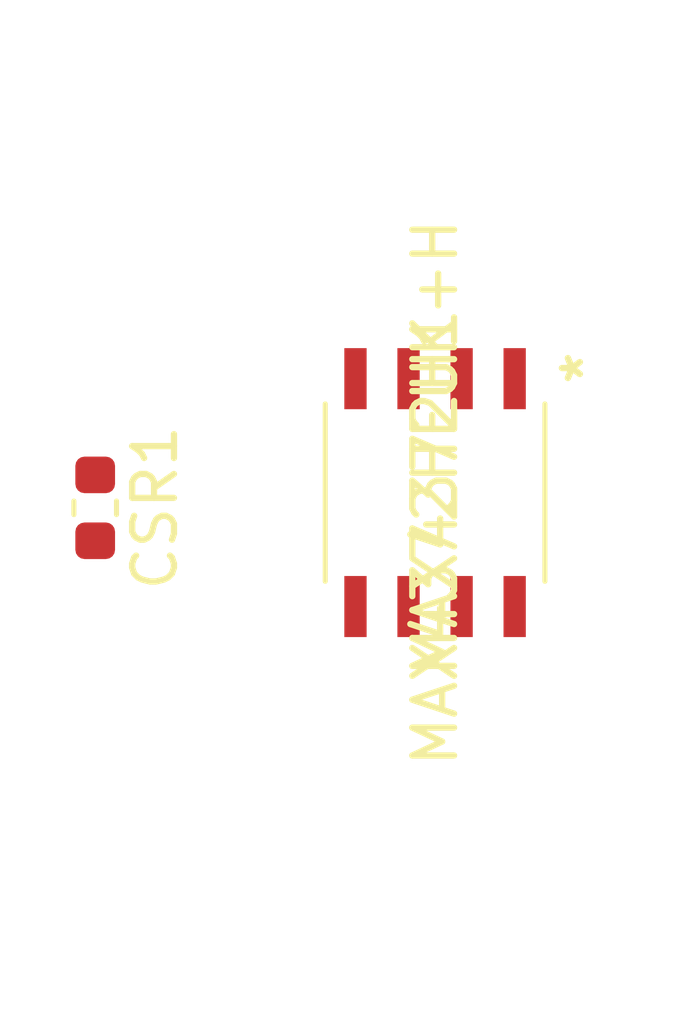
<source format=kicad_pcb>
(kicad_pcb (version 20171130) (host pcbnew "(5.1.4)-1")

  (general
    (thickness 1.6)
    (drawings 0)
    (tracks 0)
    (zones 0)
    (modules 2)
    (nets 6)
  )

  (page A4)
  (layers
    (0 F.Cu signal)
    (31 B.Cu signal)
    (32 B.Adhes user)
    (33 F.Adhes user)
    (34 B.Paste user)
    (35 F.Paste user)
    (36 B.SilkS user)
    (37 F.SilkS user)
    (38 B.Mask user)
    (39 F.Mask user)
    (40 Dwgs.User user)
    (41 Cmts.User user)
    (42 Eco1.User user)
    (43 Eco2.User user)
    (44 Edge.Cuts user)
    (45 Margin user)
    (46 B.CrtYd user)
    (47 F.CrtYd user)
    (48 B.Fab user)
    (49 F.Fab user)
  )

  (setup
    (last_trace_width 0.25)
    (trace_clearance 0.2)
    (zone_clearance 0.508)
    (zone_45_only no)
    (trace_min 0.2)
    (via_size 0.8)
    (via_drill 0.4)
    (via_min_size 0.4)
    (via_min_drill 0.3)
    (uvia_size 0.3)
    (uvia_drill 0.1)
    (uvias_allowed no)
    (uvia_min_size 0.2)
    (uvia_min_drill 0.1)
    (edge_width 0.05)
    (segment_width 0.2)
    (pcb_text_width 0.3)
    (pcb_text_size 1.5 1.5)
    (mod_edge_width 0.12)
    (mod_text_size 1 1)
    (mod_text_width 0.15)
    (pad_size 1.524 1.524)
    (pad_drill 0.762)
    (pad_to_mask_clearance 0.051)
    (solder_mask_min_width 0.25)
    (aux_axis_origin 0 0)
    (visible_elements FFFFFF7F)
    (pcbplotparams
      (layerselection 0x010fc_ffffffff)
      (usegerberextensions false)
      (usegerberattributes false)
      (usegerberadvancedattributes false)
      (creategerberjobfile false)
      (excludeedgelayer true)
      (linewidth 0.100000)
      (plotframeref false)
      (viasonmask false)
      (mode 1)
      (useauxorigin false)
      (hpglpennumber 1)
      (hpglpenspeed 20)
      (hpglpendiameter 15.000000)
      (psnegative false)
      (psa4output false)
      (plotreference true)
      (plotvalue true)
      (plotinvisibletext false)
      (padsonsilk false)
      (subtractmaskfromsilk false)
      (outputformat 1)
      (mirror false)
      (drillshape 1)
      (scaleselection 1)
      (outputdirectory ""))
  )

  (net 0 "")
  (net 1 "Net-(CSR1-Pad2)")
  (net 2 "Net-(CSR1-Pad1)")
  (net 3 "Net-(MAX4372H1-Pad3)")
  (net 4 "Net-(MAX4372H1-Pad2)")
  (net 5 GND)

  (net_class Default "This is the default net class."
    (clearance 0.2)
    (trace_width 0.25)
    (via_dia 0.8)
    (via_drill 0.4)
    (uvia_dia 0.3)
    (uvia_drill 0.1)
    (add_net GND)
    (add_net "Net-(CSR1-Pad1)")
    (add_net "Net-(CSR1-Pad2)")
    (add_net "Net-(MAX4372H1-Pad2)")
    (add_net "Net-(MAX4372H1-Pad3)")
  )

  (module Max4372FESA+:MAX4372FESA&plus_ (layer F.Cu) (tedit 0) (tstamp 61972899)
    (at 50.0441 36.9484 270)
    (path /6195DE34)
    (fp_text reference MAX4372H1 (at 0 0 90) (layer F.SilkS)
      (effects (font (size 1 1) (thickness 0.15)))
    )
    (fp_text value MAX4372HEUK+H (at 0 0 90) (layer F.SilkS)
      (effects (font (size 1 1) (thickness 0.15)))
    )
    (fp_arc (start 0 -2.5019) (end -0.3048 -2.5019) (angle -180) (layer F.Fab) (width 0.1))
    (fp_arc (start 0 -2.5019) (end -0.332317 -2.5019) (angle -180) (layer F.CrtYd) (width 0.05))
    (fp_line (start -2.2479 2.4257) (end -3.7084 2.4257) (layer F.CrtYd) (width 0.05))
    (fp_line (start -2.2479 2.7559) (end -2.2479 2.4257) (layer F.CrtYd) (width 0.05))
    (fp_line (start 2.2479 2.7559) (end -2.2479 2.7559) (layer F.CrtYd) (width 0.05))
    (fp_line (start 2.2479 2.4257) (end 2.2479 2.7559) (layer F.CrtYd) (width 0.05))
    (fp_line (start 3.7084 2.4257) (end 2.2479 2.4257) (layer F.CrtYd) (width 0.05))
    (fp_line (start 3.7084 -2.4257) (end 3.7084 2.4257) (layer F.CrtYd) (width 0.05))
    (fp_line (start 2.2479 -2.4257) (end 3.7084 -2.4257) (layer F.CrtYd) (width 0.05))
    (fp_line (start 2.2479 -2.7559) (end 2.2479 -2.4257) (layer F.CrtYd) (width 0.05))
    (fp_line (start -2.2479 -2.7559) (end 2.2479 -2.7559) (layer F.CrtYd) (width 0.05))
    (fp_line (start -2.2479 -2.4257) (end -2.2479 -2.7559) (layer F.CrtYd) (width 0.05))
    (fp_line (start -3.7084 -2.4257) (end -2.2479 -2.4257) (layer F.CrtYd) (width 0.05))
    (fp_line (start -3.7084 2.4257) (end -3.7084 -2.4257) (layer F.CrtYd) (width 0.05))
    (fp_line (start -1.9939 -2.5019) (end -1.9939 2.5019) (layer F.Fab) (width 0.1))
    (fp_line (start 1.9939 -2.5019) (end -1.9939 -2.5019) (layer F.Fab) (width 0.1))
    (fp_line (start 1.9939 2.5019) (end 1.9939 -2.5019) (layer F.Fab) (width 0.1))
    (fp_line (start -1.9939 2.5019) (end 1.9939 2.5019) (layer F.Fab) (width 0.1))
    (fp_line (start 2.1209 -2.6289) (end -2.1209 -2.6289) (layer F.SilkS) (width 0.12))
    (fp_line (start -2.1209 2.6289) (end 2.1209 2.6289) (layer F.SilkS) (width 0.12))
    (fp_line (start 3.0988 -2.1463) (end 1.9939 -2.1463) (layer F.Fab) (width 0.1))
    (fp_line (start 3.0988 -1.6637) (end 3.0988 -2.1463) (layer F.Fab) (width 0.1))
    (fp_line (start 1.9939 -1.6637) (end 3.0988 -1.6637) (layer F.Fab) (width 0.1))
    (fp_line (start 1.9939 -2.1463) (end 1.9939 -1.6637) (layer F.Fab) (width 0.1))
    (fp_line (start 3.0988 -0.8763) (end 1.9939 -0.8763) (layer F.Fab) (width 0.1))
    (fp_line (start 3.0988 -0.3937) (end 3.0988 -0.8763) (layer F.Fab) (width 0.1))
    (fp_line (start 1.9939 -0.3937) (end 3.0988 -0.3937) (layer F.Fab) (width 0.1))
    (fp_line (start 1.9939 -0.8763) (end 1.9939 -0.3937) (layer F.Fab) (width 0.1))
    (fp_line (start 3.0988 0.3937) (end 1.9939 0.3937) (layer F.Fab) (width 0.1))
    (fp_line (start 3.0988 0.8763) (end 3.0988 0.3937) (layer F.Fab) (width 0.1))
    (fp_line (start 1.9939 0.8763) (end 3.0988 0.8763) (layer F.Fab) (width 0.1))
    (fp_line (start 1.9939 0.3937) (end 1.9939 0.8763) (layer F.Fab) (width 0.1))
    (fp_line (start 3.0988 1.6637) (end 1.9939 1.6637) (layer F.Fab) (width 0.1))
    (fp_line (start 3.0988 2.1463) (end 3.0988 1.6637) (layer F.Fab) (width 0.1))
    (fp_line (start 1.9939 2.1463) (end 3.0988 2.1463) (layer F.Fab) (width 0.1))
    (fp_line (start 1.9939 1.6637) (end 1.9939 2.1463) (layer F.Fab) (width 0.1))
    (fp_line (start -3.0988 2.1463) (end -1.9939 2.1463) (layer F.Fab) (width 0.1))
    (fp_line (start -3.0988 1.6637) (end -3.0988 2.1463) (layer F.Fab) (width 0.1))
    (fp_line (start -1.9939 1.6637) (end -3.0988 1.6637) (layer F.Fab) (width 0.1))
    (fp_line (start -1.9939 2.1463) (end -1.9939 1.6637) (layer F.Fab) (width 0.1))
    (fp_line (start -3.0988 0.8763) (end -1.9939 0.8763) (layer F.Fab) (width 0.1))
    (fp_line (start -3.0988 0.3937) (end -3.0988 0.8763) (layer F.Fab) (width 0.1))
    (fp_line (start -1.9939 0.3937) (end -3.0988 0.3937) (layer F.Fab) (width 0.1))
    (fp_line (start -1.9939 0.8763) (end -1.9939 0.3937) (layer F.Fab) (width 0.1))
    (fp_line (start -3.0988 -0.3937) (end -1.9939 -0.3937) (layer F.Fab) (width 0.1))
    (fp_line (start -3.0988 -0.8763) (end -3.0988 -0.3937) (layer F.Fab) (width 0.1))
    (fp_line (start -1.9939 -0.8763) (end -3.0988 -0.8763) (layer F.Fab) (width 0.1))
    (fp_line (start -1.9939 -0.3937) (end -1.9939 -0.8763) (layer F.Fab) (width 0.1))
    (fp_line (start -3.0988 -1.6637) (end -1.9939 -1.6637) (layer F.Fab) (width 0.1))
    (fp_line (start -3.0988 -2.1463) (end -3.0988 -1.6637) (layer F.Fab) (width 0.1))
    (fp_line (start -1.9939 -2.1463) (end -3.0988 -2.1463) (layer F.Fab) (width 0.1))
    (fp_line (start -1.9939 -1.6637) (end -1.9939 -2.1463) (layer F.Fab) (width 0.1))
    (fp_text user * (at -1.6129 -2.4257 90) (layer F.Fab)
      (effects (font (size 1 1) (thickness 0.15)))
    )
    (fp_text user * (at -2.97815 -3.5814 90) (layer F.SilkS)
      (effects (font (size 1 1) (thickness 0.15)))
    )
    (fp_text user 0.058in/1.46mm (at -2.72415 4.9149 90) (layer Dwgs.User)
      (effects (font (size 1 1) (thickness 0.15)))
    )
    (fp_text user 0.214in/5.448mm (at 0 -4.9149 90) (layer Dwgs.User)
      (effects (font (size 1 1) (thickness 0.15)))
    )
    (fp_text user 0.021in/0.533mm (at 5.77215 -1.905 90) (layer Dwgs.User)
      (effects (font (size 1 1) (thickness 0.15)))
    )
    (fp_text user 0.05in/1.27mm (at -5.77215 -1.27 90) (layer Dwgs.User)
      (effects (font (size 1 1) (thickness 0.15)))
    )
    (fp_text user * (at -1.6129 -2.4257 90) (layer F.Fab)
      (effects (font (size 1 1) (thickness 0.15)))
    )
    (fp_text user * (at -2.97815 -3.5814 90) (layer F.SilkS)
      (effects (font (size 1 1) (thickness 0.15)))
    )
    (fp_text user "Copyright 2021 Accelerated Designs. All rights reserved." (at 0 0 90) (layer Cmts.User)
      (effects (font (size 0.127 0.127) (thickness 0.002)))
    )
    (pad 8 smd rect (at 2.72415 -1.905 270) (size 1.4605 0.5334) (layers F.Cu F.Paste F.Mask))
    (pad 7 smd rect (at 2.72415 -0.635 270) (size 1.4605 0.5334) (layers F.Cu F.Paste F.Mask))
    (pad 6 smd rect (at 2.72415 0.635 270) (size 1.4605 0.5334) (layers F.Cu F.Paste F.Mask))
    (pad 5 smd rect (at 2.72415 1.905 270) (size 1.4605 0.5334) (layers F.Cu F.Paste F.Mask)
      (net 1 "Net-(CSR1-Pad2)"))
    (pad 4 smd rect (at -2.72415 1.905 270) (size 1.4605 0.5334) (layers F.Cu F.Paste F.Mask)
      (net 2 "Net-(CSR1-Pad1)"))
    (pad 3 smd rect (at -2.72415 0.635 270) (size 1.4605 0.5334) (layers F.Cu F.Paste F.Mask)
      (net 3 "Net-(MAX4372H1-Pad3)"))
    (pad 2 smd rect (at -2.72415 -0.635 270) (size 1.4605 0.5334) (layers F.Cu F.Paste F.Mask)
      (net 4 "Net-(MAX4372H1-Pad2)"))
    (pad 1 smd rect (at -2.72415 -1.905 270) (size 1.4605 0.5334) (layers F.Cu F.Paste F.Mask)
      (net 5 GND))
  )

  (module Resistor_SMD:R_0603_1608Metric (layer F.Cu) (tedit 5B301BBD) (tstamp 61972850)
    (at 41.91 37.3125 270)
    (descr "Resistor SMD 0603 (1608 Metric), square (rectangular) end terminal, IPC_7351 nominal, (Body size source: http://www.tortai-tech.com/upload/download/2011102023233369053.pdf), generated with kicad-footprint-generator")
    (tags resistor)
    (path /619614AF)
    (attr smd)
    (fp_text reference CSR1 (at 0 -1.43 90) (layer F.SilkS)
      (effects (font (size 1 1) (thickness 0.15)))
    )
    (fp_text value 20mO (at 0 1.43 90) (layer F.Fab)
      (effects (font (size 1 1) (thickness 0.15)))
    )
    (fp_text user %R (at 0 0 90) (layer F.Fab)
      (effects (font (size 0.4 0.4) (thickness 0.06)))
    )
    (fp_line (start 1.48 0.73) (end -1.48 0.73) (layer F.CrtYd) (width 0.05))
    (fp_line (start 1.48 -0.73) (end 1.48 0.73) (layer F.CrtYd) (width 0.05))
    (fp_line (start -1.48 -0.73) (end 1.48 -0.73) (layer F.CrtYd) (width 0.05))
    (fp_line (start -1.48 0.73) (end -1.48 -0.73) (layer F.CrtYd) (width 0.05))
    (fp_line (start -0.162779 0.51) (end 0.162779 0.51) (layer F.SilkS) (width 0.12))
    (fp_line (start -0.162779 -0.51) (end 0.162779 -0.51) (layer F.SilkS) (width 0.12))
    (fp_line (start 0.8 0.4) (end -0.8 0.4) (layer F.Fab) (width 0.1))
    (fp_line (start 0.8 -0.4) (end 0.8 0.4) (layer F.Fab) (width 0.1))
    (fp_line (start -0.8 -0.4) (end 0.8 -0.4) (layer F.Fab) (width 0.1))
    (fp_line (start -0.8 0.4) (end -0.8 -0.4) (layer F.Fab) (width 0.1))
    (pad 2 smd roundrect (at 0.7875 0 270) (size 0.875 0.95) (layers F.Cu F.Paste F.Mask) (roundrect_rratio 0.25)
      (net 1 "Net-(CSR1-Pad2)"))
    (pad 1 smd roundrect (at -0.7875 0 270) (size 0.875 0.95) (layers F.Cu F.Paste F.Mask) (roundrect_rratio 0.25)
      (net 2 "Net-(CSR1-Pad1)"))
    (model ${KISYS3DMOD}/Resistor_SMD.3dshapes/R_0603_1608Metric.wrl
      (at (xyz 0 0 0))
      (scale (xyz 1 1 1))
      (rotate (xyz 0 0 0))
    )
  )

)

</source>
